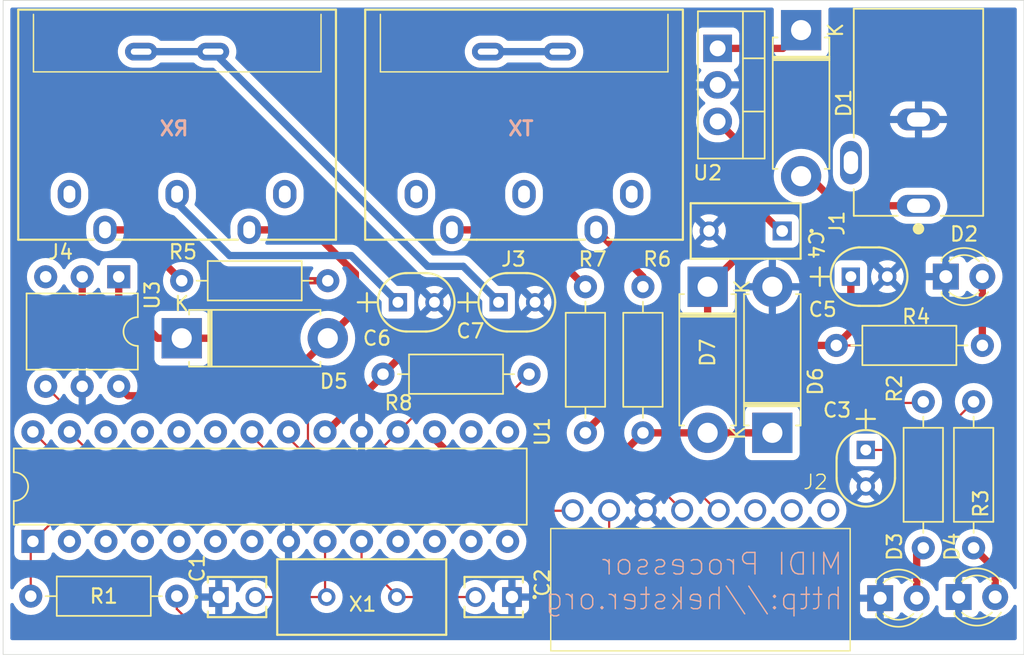
<source format=kicad_pcb>
(kicad_pcb
	(version 20240108)
	(generator "pcbnew")
	(generator_version "8.0")
	(general
		(thickness 1.6)
		(legacy_teardrops no)
	)
	(paper "USLetter")
	(layers
		(0 "F.Cu" signal)
		(31 "B.Cu" signal)
		(32 "B.Adhes" user "B.Adhesive")
		(33 "F.Adhes" user "F.Adhesive")
		(34 "B.Paste" user)
		(35 "F.Paste" user)
		(36 "B.SilkS" user "B.Silkscreen")
		(37 "F.SilkS" user "F.Silkscreen")
		(38 "B.Mask" user)
		(39 "F.Mask" user)
		(40 "Dwgs.User" user "User.Drawings")
		(41 "Cmts.User" user "User.Comments")
		(42 "Eco1.User" user "User.Eco1")
		(43 "Eco2.User" user "User.Eco2")
		(44 "Edge.Cuts" user)
		(45 "Margin" user)
		(46 "B.CrtYd" user "B.Courtyard")
		(47 "F.CrtYd" user "F.Courtyard")
		(48 "B.Fab" user)
		(49 "F.Fab" user)
		(50 "User.1" user)
		(51 "User.2" user)
		(52 "User.3" user)
		(53 "User.4" user)
		(54 "User.5" user)
		(55 "User.6" user)
		(56 "User.7" user)
		(57 "User.8" user)
		(58 "User.9" user)
	)
	(setup
		(pad_to_mask_clearance 0)
		(allow_soldermask_bridges_in_footprints no)
		(pcbplotparams
			(layerselection 0x00010fc_ffffffff)
			(plot_on_all_layers_selection 0x0000000_00000000)
			(disableapertmacros no)
			(usegerberextensions no)
			(usegerberattributes yes)
			(usegerberadvancedattributes yes)
			(creategerberjobfile yes)
			(dashed_line_dash_ratio 12.000000)
			(dashed_line_gap_ratio 3.000000)
			(svgprecision 4)
			(plotframeref no)
			(viasonmask no)
			(mode 1)
			(useauxorigin no)
			(hpglpennumber 1)
			(hpglpenspeed 20)
			(hpglpendiameter 15.000000)
			(pdf_front_fp_property_popups yes)
			(pdf_back_fp_property_popups yes)
			(dxfpolygonmode yes)
			(dxfimperialunits yes)
			(dxfusepcbnewfont yes)
			(psnegative no)
			(psa4output no)
			(plotreference yes)
			(plotvalue yes)
			(plotfptext yes)
			(plotinvisibletext no)
			(sketchpadsonfab no)
			(subtractmaskfromsilk no)
			(outputformat 1)
			(mirror no)
			(drillshape 1)
			(scaleselection 1)
			(outputdirectory "")
		)
	)
	(net 0 "")
	(net 1 "VDD")
	(net 2 "Net-(J2-Pin_1)")
	(net 3 "Net-(D3-A)")
	(net 4 "Net-(U1-RB0{slash}AN12{slash}INT0)")
	(net 5 "Net-(U1-RB1{slash}AN10{slash}INT1)")
	(net 6 "Net-(D4-A)")
	(net 7 "Net-(D2-A)")
	(net 8 "Net-(J4-Pad4)")
	(net 9 "Net-(D5-K)")
	(net 10 "Net-(J3-Pad5)")
	(net 11 "Net-(D6-K)")
	(net 12 "Net-(J3-Pad4)")
	(net 13 "Net-(U1-RX{slash}DT{slash}RC7)")
	(net 14 "Net-(D1-K)")
	(net 15 "GND")
	(net 16 "Net-(D5-A)")
	(net 17 "unconnected-(U3-Pad3)")
	(net 18 "unconnected-(U1-RA2{slash}AN2{slash}Vref--Pad4)")
	(net 19 "unconnected-(U1-RB4{slash}AN11{slash}KBI0-Pad25)")
	(net 20 "unconnected-(U1-RA4{slash}T0CKI{slash}RCV-Pad6)")
	(net 21 "unconnected-(U1-~{UOE}{slash}T1OSI{slash}RC1-Pad12)")
	(net 22 "unconnected-(U1-RA3{slash}AN3{slash}Vref+-Pad5)")
	(net 23 "unconnected-(U1-VM{slash}D-{slash}RC4-Pad15)")
	(net 24 "unconnected-(U1-VP{slash}D+{slash}RC5-Pad16)")
	(net 25 "Net-(J2-Pin_5)")
	(net 26 "Net-(U1-RA6{slash}OSC2{slash}CLKO)")
	(net 27 "Net-(J2-Pin_4)")
	(net 28 "unconnected-(U1-RA0{slash}AN0-Pad2)")
	(net 29 "unconnected-(U1-RA1{slash}AN1-Pad3)")
	(net 30 "unconnected-(U1-RB5{slash}KBI1{slash}PGM-Pad26)")
	(net 31 "unconnected-(U1-RA5{slash}AN4{slash}HLVDIN-Pad7)")
	(net 32 "unconnected-(U1-CCP1{slash}RC2-Pad13)")
	(net 33 "unconnected-(U1-VUSB-Pad14)")
	(net 34 "Net-(U1-OSC1{slash}CLKI)")
	(net 35 "unconnected-(U1-T1OSO{slash}T1CKI{slash}RC0-Pad11)")
	(net 36 "unconnected-(U1-RB3{slash}AN9{slash}VPO-Pad24)")
	(net 37 "unconnected-(U1-RB2{slash}AN8{slash}INT2{slash}VMO-Pad23)")
	(net 38 "unconnected-(J2-Pin_6-Pad6)")
	(net 39 "unconnected-(J2-Pin_7-Pad7)")
	(net 40 "unconnected-(J2-Pin_8-Pad8)")
	(net 41 "unconnected-(J1-Pad3)")
	(net 42 "Net-(D1-A)")
	(net 43 "unconnected-(J3-Pad2)")
	(net 44 "unconnected-(J3-Pad3)")
	(net 45 "unconnected-(J3-Pad1)")
	(net 46 "unconnected-(J4-Pad3)")
	(net 47 "Net-(C6-Pad1)")
	(net 48 "unconnected-(J4-Pad1)")
	(net 49 "unconnected-(J3-SHLD-Pad6)")
	(net 50 "Net-(J4-SHLD)")
	(footprint "Resistor_THT:R_Axial_DIN0207_L6.3mm_D2.5mm_P10.16mm_Horizontal" (layer "F.Cu") (at 62.42 69.5))
	(footprint "MIDI:CAP_C320_KEM" (layer "F.Cu") (at 84.46 71))
	(footprint "Diode_THT:D_5W_P10.16mm_Horizontal" (layer "F.Cu") (at 103.5 80.08 90))
	(footprint "Diode_THT:D_5W_P10.16mm_Horizontal" (layer "F.Cu") (at 105.5 52.07 -90))
	(footprint "MIDI:ABL-8.000MHZ-B2_ABR" (layer "F.Cu") (at 77.380001 91.5 180))
	(footprint "Resistor_THT:R_Axial_DIN0207_L6.3mm_D2.5mm_P10.16mm_Horizontal" (layer "F.Cu") (at 107.95 74))
	(footprint "LED_THT:LED_D3.0mm" (layer "F.Cu") (at 116.46 91.5))
	(footprint "MIDI:CAP_C315C_MOLDED_KEM" (layer "F.Cu") (at 85.389 91.5 180))
	(footprint "Resistor_THT:R_Axial_DIN0207_L6.3mm_D2.5mm_P10.16mm_Horizontal" (layer "F.Cu") (at 62.08 91.44 180))
	(footprint "Diode_THT:D_5W_P10.16mm_Horizontal" (layer "F.Cu") (at 99 69.92 -90))
	(footprint "MIDI:Sullins_PPPC081LGBN-RC" (layer "F.Cu") (at 98.5 85.4665))
	(footprint "MIDI:CONN5_5212044-1_TEC" (layer "F.Cu") (at 78.74 63.4746 180))
	(footprint "MIDI:CONN5_5212044-1_TEC" (layer "F.Cu") (at 54.61 63.4746 180))
	(footprint "Resistor_THT:R_Axial_DIN0207_L6.3mm_D2.5mm_P10.16mm_Horizontal" (layer "F.Cu") (at 94.5 69.92 -90))
	(footprint "Diode_THT:D_5W_P10.16mm_Horizontal" (layer "F.Cu") (at 62.42 73.5))
	(footprint "MIDI:CAP_C315C_MOLDED_KEM" (layer "F.Cu") (at 65 91.5))
	(footprint "MIDI:CAP_C320_KEM" (layer "F.Cu") (at 110 81.27 -90))
	(footprint "MIDI:CAP_R82D-7P4X3P6-5P0_KEM" (layer "F.Cu") (at 104.1844 66.04 180))
	(footprint "Package_TO_SOT_THT:TO-220-3_Vertical" (layer "F.Cu") (at 99.695 53.34 -90))
	(footprint "Package_DIP:DIP-28_W7.62mm" (layer "F.Cu") (at 52.07 87.63 90))
	(footprint "MIDI:CUI_PJ-102AH" (layer "F.Cu") (at 113.665 57.785 90))
	(footprint "MIDI:CAP_C320_KEM" (layer "F.Cu") (at 77.46 71))
	(footprint "LED_THT:LED_D3.0mm" (layer "F.Cu") (at 115.565 69.215))
	(footprint "Package_DIP:DIP-6_W7.62mm" (layer "F.Cu") (at 58.04 69.225 -90))
	(footprint "Resistor_THT:R_Axial_DIN0207_L6.3mm_D2.5mm_P10.16mm_Horizontal" (layer "F.Cu") (at 76.42 76))
	(footprint "Resistor_THT:R_Axial_DIN0207_L6.3mm_D2.5mm_P10.16mm_Horizontal" (layer "F.Cu") (at 117.5 88.08 90))
	(footprint "MIDI:CAP_C320_KEM" (layer "F.Cu") (at 108.96 69.215))
	(footprint "LED_THT:LED_D3.0mm" (layer "F.Cu") (at 111 91.58))
	(footprint "Resistor_THT:R_Axial_DIN0207_L6.3mm_D2.5mm_P10.16mm_Horizontal" (layer "F.Cu") (at 90.5 69.92 -90))
	(footprint "Resistor_THT:R_Axial_DIN0207_L6.3mm_D2.5mm_P10.16mm_Horizontal" (layer "F.Cu") (at 114 88.08 90))
	(gr_rect
		(start 50 50)
		(end 121 95.5)
		(stroke
			(width 0.05)
			(type default)
		)
		(fill none)
		(layer "Edge.Cuts")
		(uuid "d0f72b98-6724-40d7-896a-e2451b20882b")
	)
	(gr_text "TX"
		(at 87 59.5 0)
		(layer "B.SilkS")
		(uuid "14d292fc-9cd6-479a-b50b-c0ee58026cb8")
		(effects
			(font
				(size 1 1)
				(thickness 0.2)
				(bold yes)
			)
			(justify left bottom mirror)
		)
	)
	(gr_text "RX"
		(at 63 59.5 0)
		(layer "B.SilkS")
		(uuid "afdfdd5e-6b51-4c76-b0f9-be08a311f004")
		(effects
			(font
				(size 1 1)
				(thickness 0.2)
				(bold yes)
			)
			(justify left bottom mirror)
		)
	)
	(gr_text "MIDI Processor\nhttp://hekster.org"
		(at 108.5 92.5 0)
		(layer "B.SilkS")
		(uuid "e41f03d4-adcd-45df-a075-fec37329b114")
		(effects
			(font
				(size 1.5 1.5)
				(thickness 0.1)
			)
			(justify left bottom mirror)
		)
	)
	(segment
		(start 72.49 80.01)
		(end 75.25 77.25)
		(width 0.508)
		(layer "F.Cu")
		(net 1)
		(uuid "0258cf7e-5b19-4e6a-9309-d06688ba6d06")
	)
	(segment
		(start 97.5 74)
		(end 78.42 74)
		(width 0.508)
		(layer "F.Cu")
		(net 1)
		(uuid "03d09d96-25d7-41b7-8637-96ac2106a1be")
	)
	(segment
		(start 116 76)
		(end 118 76)
		(width 0.1524)
		(layer "F.Cu")
		(net 1)
		(uuid "03f38ae1-f812-47cd-a1ab-f44bbc017af2")
	)
	(segment
		(start 110.5 88)
		(end 92 88)
		(width 0.1524)
		(layer "F.Cu")
		(net 1)
		(uuid "03f4fff2-c97f-4561-8d0e-eaf78336da1d")
	)
	(segment
		(start 58.695 77.5)
		(end 75 77.5)
		(width 0.508)
		(layer "F.Cu")
		(net 1)
		(uuid "05959456-4e45-4361-b643-423a2f4d952a")
	)
	(segment
		(start 62.08 91.44)
		(end 62.08 92.33)
		(width 0.1524)
		(layer "F.Cu")
		(net 1)
		(uuid "2047895e-0c6a-4833-a7e9-9a093ba4e600")
	)
	(segment
		(start 62.08 92.33)
		(end 63.25 93.5)
		(width 0.1524)
		(layer "F.Cu")
		(net 1)
		(uuid "2ef7d54c-8cb5-44ca-96ba-655f75c04376")
	)
	(segment
		(start 90.5 80)
		(end 96.5 74)
		(width 0.508)
		(layer "F.Cu")
		(net 1)
		(uuid "2f0fa6a2-c154-40ca-a001-cf3197da33cd")
	)
	(segment
		(start 78.42 74)
		(end 76.42 76)
		(width 0.508)
		(layer "F.Cu")
		(net 1)
		(uuid "44872dd4-3c4b-4a34-8c8a-f8b67ce6ae2f")
	)
	(segment
		(start 58.04 76.845)
		(end 58.695 77.5)
		(width 0.508)
		(layer "F.Cu")
		(net 1)
		(uuid "4c0d831e-1dee-4040-9bc6-923a43627cc1")
	)
	(segment
		(start 101 59.725)
		(end 101 67.92)
		(width 0.508)
		(layer "F.Cu")
		(net 1)
		(uuid "4d448dc9-36f3-479d-b873-1a0dbde10afa")
	)
	(segment
		(start 99 69.92)
		(end 99.08 69.92)
		(width 0.508)
		(layer "F.Cu")
		(net 1)
		(uuid "4f43931d-1528-4b3f-81f3-a12575a5eab7")
	)
	(segment
		(start 92 88)
		(end 91.5 88.5)
		(width 0.1524)
		(layer "F.Cu")
		(net 1)
		(uuid "51d96c5a-9deb-465e-b35d-48ebe0b497f0")
	)
	(segment
		(start 92.15 87.85)
		(end 92.15 85.4665)
		(width 0.1524)
		(layer "F.Cu")
		(net 1)
		(uuid "58bf6287-9c1e-450b-8fa0-0d4129766872")
	)
	(segment
		(start 108.96 69.215)
		(end 108.96 72.99)
		(width 0.508)
		(layer "F.Cu")
		(net 1)
		(uuid "5b41c213-a3a8-4681-b863-a7c21b62ae34")
	)
	(segment
		(start 99 69.92)
		(end 99 74)
		(width 0.508)
		(layer "F.Cu")
		(net 1)
		(uuid "6039dd2e-ae7e-43e9-b59c-88fa6557e44a")
	)
	(segment
		(start 75 77.5)
		(end 75.25 77.25)
		(width 0.508)
		(layer "F.Cu")
		(net 1)
		(uuid "62844069-63a4-4817-8db8-20a05ed77484")
	)
	(segment
		(start 107.95 73.525)
		(end 107.95 74)
		(width 0.508)
		(layer "F.Cu")
		(net 1)
		(uuid "63eceb73-4f47-4ade-bb40-7da8c907b40b")
	)
	(segment
		(start 76.42 76.08)
		(end 76.42 76)
		(width 0.508)
		(layer "F.Cu")
		(net 1)
		(uuid "6db42bed-fb82-4efd-9bb7-cb073dab3e78")
	)
	(segment
		(start 75.25 77.25)
		(end 76.42 76.08)
		(width 0.508)
		(layer "F.Cu")
		(net 1)
		(uuid "79168727-75c0-4fdc-92a1-5fd14b2e9ec5")
	)
	(segment
		(start 63.25 93.5)
		(end 86.5 93.5)
		(width 0.1524)
		(layer "F.Cu")
		(net 1)
		(uuid "7c049a9c-7a95-49fb-9eb9-e5bae20a43ee")
	)
	(segment
		(start 107.95 74)
		(end 114 74)
		(width 0.1524)
		(layer "F.Cu")
		(net 1)
		(uuid "830a378f-a275-45d0-a527-d2572fa30552")
	)
	(segment
		(start 114 74)
		(end 116 76)
		(width 0.1524)
		(layer "F.Cu")
		(net 1)
		(uuid "8bbe1acd-8754-4dff-9bb2-b864cbfdedad")
	)
	(segment
		(start 91.5 88.5)
		(end 92.15 87.85)
		(width 0.1524)
		(layer "F.Cu")
		(net 1)
		(uuid "a1a29e05-0a00-47c6-a67a-9c2a6ade489a")
	)
	(segment
		(start 119 79.5)
		(end 110.5 88)
		(width 0.1524)
		(layer "F.Cu")
		(net 1)
		(uuid "a787ea4e-4456-45a3-ac4e-6952f649745b")
	)
	(segment
		(start 101 67.92)
		(end 99 69.92)
		(width 0.508)
		(layer "F.Cu")
		(net 1)
		(uuid "ac28802f-fc52-4be0-893d-6b6cabed0763")
	)
	(segment
		(start 107.95 74)
		(end 97.5 74)
		(width 0.508)
		(layer "F.Cu")
		(net 1)
		(uuid "ac5284cd-f17c-4c34-a4f3-ef3b6b563d28")
	)
	(segment
		(start 90.5 80.08)
		(end 90.5 80)
		(width 0.508)
		(layer "F.Cu")
		(net 1)
		(uuid "b061a79f-62b6-452d-ac71-ff832220f47a")
	)
	(segment
		(start 118 76)
		(end 119 77)
		(width 0.1524)
		(layer "F.Cu")
		(net 1)
		(uuid "b7dd9d66-bd6a-4e5a-a95c-70c17ff39bcc")
	)
	(segment
		(start 110 81.27)
		(end 117.23 81.27)
		(width 0.1524)
		(layer "F.Cu")
		(net 1)
		(uuid "bf555260-1b66-4e65-ac30-50462f55eeb1")
	)
	(segment
		(start 108.96 72.99)
		(end 107.95 74)
		(width 0.508)
		(layer "F.Cu")
		(net 1)
		(uuid "ca37b9a8-f4f7-498e-bc5c-cde444a546c1")
	)
	(segment
		(start 119 77)
		(end 119 79.5)
		(width 0.1524)
		(layer "F.Cu")
		(net 1)
		(uuid "d5abd30b-bfef-41e9-bccd-e600cfc65711")
	)
	(segment
		(start 99.695 58.42)
		(end 101 59.725)
		(width 0.508)
		(layer "F.Cu")
		(net 1)
		(uuid "e7950423-e685-4606-ae8e-7998ce14c9ec")
	)
	(segment
		(start 86.5 93.5)
		(end 91.5 88.5)
		(width 0.1524)
		(layer "F.Cu")
		(net 1)
		(uuid "ed0f2dd5-4ff0-4466-8993-66dc1d32fb6a")
	)
	(segment
		(start 51.92 87.78)
		(end 52.07 87.63)
		(width 0.508)
		(layer "F.Cu")
		(net 2)
		(uuid "16a3a14d-ee87-4f7b-bc86-ae35d66235ff")
	)
	(segment
		(start 51.92 91.44)
		(end 51.92 87.78)
		(width 0.1524)
		(layer "F.Cu")
		(net 2)
		(uuid "77eab06c-ffe4-4c84-910d-c3c76918c817")
	)
	(segment
		(start 89.4535 85.5)
		(end 54.2 85.5)
		(width 0.1524)
		(layer "F.Cu")
		(net 2)
		(uuid "b7ac34b5-15c4-4384-8d04-7830e91a6da6")
	)
	(segment
		(start 54.2 85.5)
		(end 52.07 87.63)
		(width 0.1524)
		(layer "F.Cu")
		(net 2)
		(uuid "d7b6ef55-9fef-46ca-a686-c068c3f7bfc5")
	)
	(segment
		(start 113.54 88.54)
		(end 114 88.08)
		(width 0.508)
		(layer "F.Cu")
		(net 3)
		(uuid "493b9444-e3c7-419c-a73b-e7cbd8646e27")
	)
	(segment
		(start 113.54 91.58)
		(end 113.54 88.54)
		(width 0.508)
		(layer "F.Cu")
		(net 3)
		(uuid "c31fc2f0-7c05-4c13-990d-f429e53f43b5")
	)
	(segment
		(start 104.9698 82.5302)
		(end 106.5 81)
		(width 0.1524)
		(layer "F.Cu")
		(net 4)
		(uuid "21a8855d-61d5-42b2-9056-61826e0b8a65")
	)
	(segment
		(start 71.9502 82.5302)
		(end 104.9698 82.5302)
		(width 0.1524)
		(layer "F.Cu")
		(net 4)
		(uuid "275876dc-1b53-48bc-87be-046e9fdc62df")
	)
	(segment
		(start 106.5 81)
		(end 106.501632 81)
		(width 0.1524)
		(layer "F.Cu")
		(net 4)
		(uuid "2b602166-6c41-470d-adc8-6bcbb9e4eba2")
	)
	(segment
		(start 106.501632 81)
		(end 109.501632 78)
		(width 0.1524)
		(layer "F.Cu")
		(net 4)
		(uuid "45ee8f8f-e0a8-4775-aad3-7df74a607c72")
	)
	(segment
		(start 69.85 80.01)
		(end 69.85 80.43)
		(width 0.1524)
		(layer "F.Cu")
		(net 4)
		(uuid "7bc30792-7aea-4509-909a-1f9e05942d45")
	)
	(segment
		(start 69.85 80.43)
		(end 71.9502 82.5302)
		(width 0.1524)
		(layer "F.Cu")
		(net 4)
		(uuid "94616345-4fcf-4b72-b8ea-bb39c0531970")
	)
	(segment
		(start 109.501632 78)
		(end 113.92 78)
		(width 0.1524)
		(layer "F.Cu")
		(net 4)
		(uuid "e47909ef-9caf-4049-ace4-1dfc57a818b9")
	)
	(segment
		(start 115.92 79.5)
		(end 108.75 79.5)
		(width 0.1524)
		(layer "F.Cu")
		(net 5)
		(uuid "3de58ae4-1978-47d8-9f88-c050266659c7")
	)
	(segment
		(start 108.75 79.5)
		(end 105.25 83)
		(width 0.1524)
		(layer "F.Cu")
		(net 5)
		(uuid "5c06d5ac-ab0c-4328-8c16-62565b9ebdae")
	)
	(segment
		(start 117.5 77.92)
		(end 115.92 79.5)
		(width 0.1524)
		(layer "F.Cu")
		(net 5)
		(uuid "98024864-28fb-451e-90cf-83742a5c4b51")
	)
	(segment
		(start 70 83)
		(end 67.31 80.31)
		(width 0.1524)
		(layer "F.Cu")
		(net 5)
		(uuid "b6e864c8-e8a9-4e8d-9cba-f18e7bcfbc66")
	)
	(segment
		(start 105.25 83)
		(end 70 83)
		(width 0.1524)
		(layer "F.Cu")
		(net 5)
		(uuid "f6420189-fec3-48d9-9a02-a27b9d84c1e7")
	)
	(segment
		(start 119 89.58)
		(end 119 91.5)
		(width 0.508)
		(layer "F.Cu")
		(net 6)
		(uuid "24a64836-90da-4f6c-bea1-af1a23f44d5a")
	)
	(segment
		(start 117.5 88.08)
		(end 119 89.58)
		(width 0.508)
		(layer "F.Cu")
		(net 6)
		(uuid "26f83036-c251-4931-ab20-945c1f560476")
	)
	(segment
		(start 118.105 69.215)
		(end 118.105 73.995)
		(width 0.508)
		(layer "F.Cu")
		(net 7)
		(uuid "301e4f16-b7b8-4ca1-af78-6b94ab1a693e")
	)
	(segment
		(start 118.105 73.995)
		(end 118.11 74)
		(width 0.508)
		(layer "F.Cu")
		(net 7)
		(uuid "409459e5-0988-40a3-a42c-ecf965c01742")
	)
	(segment
		(start 58.8838 65.9638)
		(end 62.42 69.5)
		(width 0.508)
		(layer "F.Cu")
		(net 8)
		(uuid "1e5880de-c5d5-497d-80c7-b77c3f9a972d")
	)
	(segment
		(start 57.0846 65.9638)
		(end 58.8838 65.9638)
		(width 0.508)
		(layer "F.Cu")
		(net 8)
		(uuid "3e0b9b6c-633b-43e4-8fc0-ba112ddd9aef")
	)
	(segment
		(start 62.42 73.5)
		(end 66 73.5)
		(width 0.508)
		(layer "F.Cu")
		(net 9)
		(uuid "1b547d01-408b-4383-b0c5-cfa582edbcc3")
	)
	(segment
		(start 58.04 69.225)
		(end 58.04 69.62)
		(width 0.508)
		(layer "F.Cu")
		(net 9)
		(uuid "2eca3752-9fc0-4135-91ab-21bfacc04680")
	)
	(segment
		(start 66 73.5)
		(end 70 69.5)
		(width 0.508)
		(layer "F.Cu")
		(net 9)
		(uuid "67339571-0bb0-4f62-8d65-5e82efb45b4c")
	)
	(segment
		(start 72.58 70)
		(end 72.5 70)
		(width 0.508)
		(layer "F.Cu")
		(net 9)
		(uuid "809bde03-efd3-46a1-a491-6efaf9b877aa")
	)
	(segment
		(start 60.75 73.5)
		(end 62.42 73.5)
		(width 0.508)
		(layer "F.Cu")
		(net 9)
		(uuid "9afa440f-c9be-42ef-a52b-97fb0fbea2c6")
	)
	(segment
		(start 72.58 69.5)
		(end 70 69.5)
		(width 0.508)
		(layer "F.Cu")
		(net 9)
		(uuid "9e3eaa5a-ab37-491e-9dc7-a473e061dfe5")
	)
	(segment
		(start 58.04 69.225)
		(end 58.04 70.79)
		(width 0.508)
		(layer "F.Cu")
		(net 9)
		(uuid "a7970bed-63f9-404e-a797-6e9572236bf9")
	)
	(segment
		(start 58.04 70.79)
		(end 60.75 73.5)
		(width 0.508)
		(layer "F.Cu")
		(net 9)
		(uuid "df1e978b-e5d0-4326-a2fd-d7ea3ff458e4")
	)
	(segment
		(start 94.5 69.22)
		(end 94.5 69.92)
		(width 0.508)
		(layer "F.Cu")
		(net 10)
		(uuid "2974c820-a761-4197-8f5c-be0d3b512e3d")
	)
	(segment
		(start 91.2438 65.9638)
		(end 94.5 69.22)
		(width 0.508)
		(layer "F.Cu")
		(net 10)
		(uuid "c6fbba3b-3697-498d-8010-d6d2f86c8022")
	)
	(segment
		(start 94.5 80.08)
		(end 99 80.08)
		(width 0.508)
		(layer "F.Cu")
		(net 11)
		(uuid "17c04960-aa67-4365-a48d-eee2896c1e95")
	)
	(segment
		(start 94.5 80.08)
		(end 92.83 81.75)
		(width 0.508)
		(layer "F.Cu")
		(net 11)
		(uuid "53e1a0fb-4321-4d55-8c06-0e13438e967b")
	)
	(segment
		(start 80.01 80.51)
		(end 81.25 81.75)
		(width 0.508)
		(layer "F.Cu")
		(net 11)
		(uuid "5d3e7ebe-16c8-42c6-82ef-98f97b66885f")
	)
	(segment
		(start 92.83 81.75)
		(end 81.25 81.75)
		(width 0.508)
		(layer "F.Cu")
		(net 11)
		(uuid "a98ddae6-1d9b-47e2-89db-7076e314e7d2")
	)
	(segment
		(start 103.5 80.08)
		(end 99 80.08)
		(width 0.508)
		(layer "F.Cu")
		(net 11)
		(uuid "a9c84fd8-48f6-47c5-8a59-354b51244f43")
	)
	(segment
		(start 80.01 80.01)
		(end 80.01 80.51)
		(width 0.508)
		(layer "F.Cu")
		(net 11)
		(uuid "e6002789-1ff0-407d-8d04-b6d77853c436")
	)
	(segment
		(start 81.2146 65.9638)
		(end 86.5438 65.9638)
		(width 0.508)
		(layer "F.Cu")
		(net 12)
		(uuid "21dcd500-38b2-451f-8801-a488be238474")
	)
	(segment
		(start 86.5438 65.9638)
		(end 90.5 69.92)
		(width 0.508)
		(layer "F.Cu")
		(net 12)
		(uuid "e807527f-0d1c-4897-94c7-c0cb807b8084")
	)
	(segment
		(start 70.5 78.5)
		(end 54.615 78.5)
		(width 0.1524)
		(layer "F.Cu")
		(net 13)
		(uuid "2def4014-2126-4f72-b369-f2d542f9f229")
	)
	(segment
		(start 71.2 79.2)
		(end 70.5 78.5)
		(width 0.1524)
		(layer "F.Cu")
		(net 13)
		(uuid "4ff5d1ff-c653-49e0-8356-b89a05bfe5e4")
	)
	(segment
		(start 77.47 80.01)
		(end 79.48 78)
		(width 0.1524)
		(layer "F.Cu")
		(net 13)
		(uuid "5d73470a-804e-41e5-be72-1b334e3f8af4")
	)
	(segment
		(start 75.98 81.5)
		(end 72 81.5)
		(width 0.1524)
		(layer "F.Cu")
		(net 13)
		(uuid "79a76d75-a4aa-45cb-b3c0-5331c78fefce")
	)
	(segment
		(start 84.58 78)
		(end 86.58 76)
		(width 0.1524)
		(layer "F.Cu")
		(net 13)
		(uuid "a242f542-fd20-4c58-a75e-1a40008f1f80")
	)
	(segment
		(start 72 81.5)
		(end 71.2 80.7)
		(width 0.1524)
		(layer "F.Cu")
		(net 13)
		(uuid "baadf760-b24f-4acf-aba4-05cf3e569fc6")
	)
	(segment
		(start 71.2 80.7)
		(end 71.2 79.2)
		(width 0.1524)
		(layer "F.Cu")
		(net 13)
		(uuid "c0cf6706-7d46-4ae9-aa54-8dc11ce2da3c")
	)
	(segment
		(start 54.615 78.5)
		(end 53.325 77.21)
		(width 0.1524)
		(layer 
... [181643 chars truncated]
</source>
